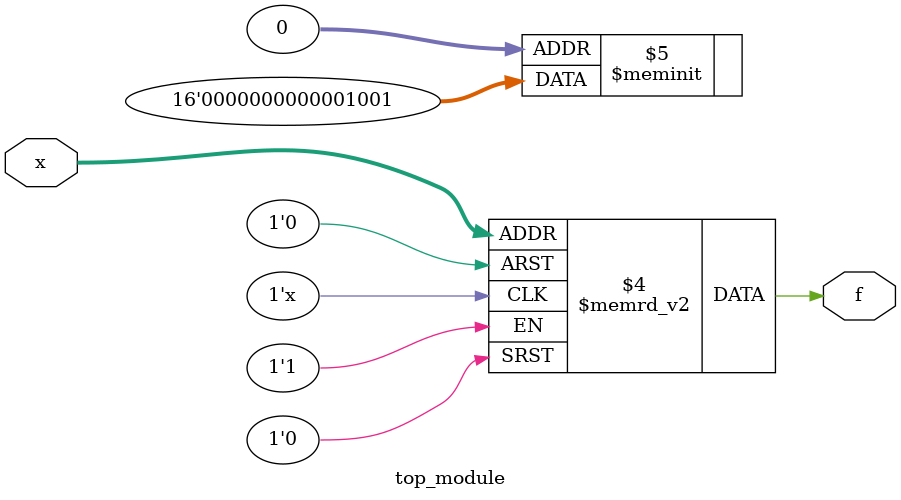
<source format=sv>
module top_module (
	input [4:1] x,
	output logic f
);

always_comb begin
	case(x)
		4'b0000: f = 1'b1;
		4'b0001: f = 1'b0;
		4'b0010: f = 1'b0;
		4'b0011: f = 1'b1;
		4'b0100: f = 1'b0;
		4'b0101: f = 1'b0;
		4'b0110: f = 1'b0;
		4'b0111: f = 1'b0;
		4'b1000: f = 1'b0;
		4'b1001: f = 1'b0;
		4'b1010: f = 1'b0;
		4'b1011: f = 1'b0;
		4'b1100: f = 1'b0;
		4'b1101: f = 1'b0;
		4'b1110: f = 1'b0;
		4'b1111: f = 1'b0;
		default: f = 1'b0;
	endcase
end

endmodule

</source>
